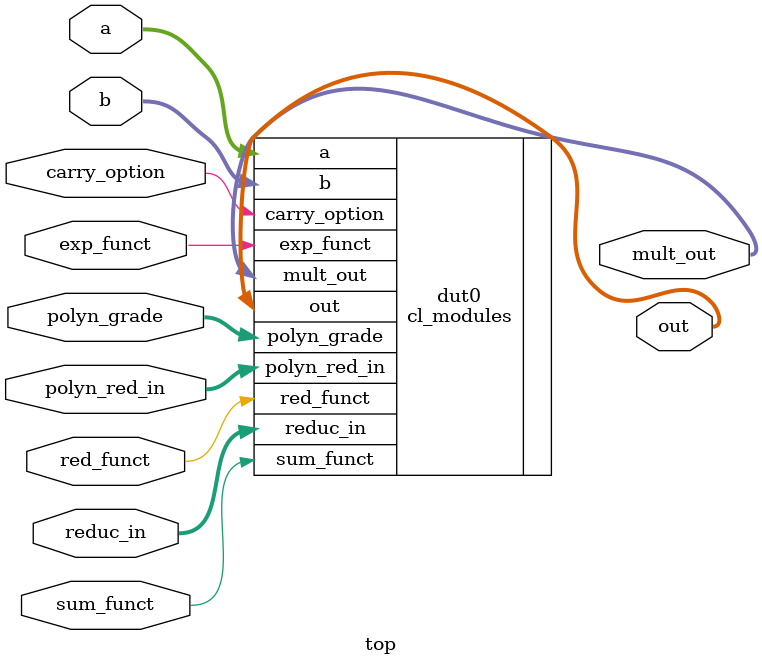
<source format=v>
module top #( parameter DATA_WIDTH = 32) (
    input sum_funct,
    input exp_funct,
    input red_funct,
    input carry_option,
    input [$clog2(DATA_WIDTH):0] polyn_grade, 
    input [DATA_WIDTH:0] polyn_red_in,
    input [2*DATA_WIDTH-1:0] reduc_in,
    input [DATA_WIDTH-1:0] a,
    input [DATA_WIDTH-1:0] b,
    output [DATA_WIDTH-1:0] out,
    output [2*DATA_WIDTH-1:0] mult_out
);

    cl_modules #(DATA_WIDTH) dut0(
        .sum_funct(sum_funct),
        .exp_funct(exp_funct),
        .red_funct(red_funct),
        .carry_option(carry_option),

        .polyn_grade(polyn_grade),
        .polyn_red_in(polyn_red_in),
        .reduc_in(reduc_in),
        
        .a(a),
        .b(b),
        .out(out),
        .mult_out(mult_out)
    );

endmodule
</source>
